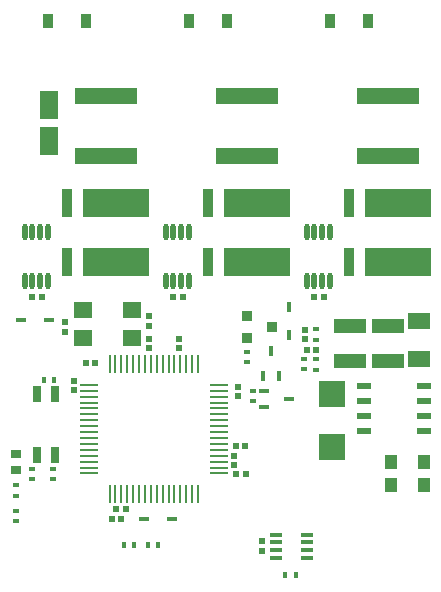
<source format=gbp>
G04 Layer_Color=128*
%FSAX25Y25*%
%MOIN*%
G70*
G01*
G75*
%ADD34R,0.02047X0.02047*%
%ADD35R,0.02165X0.01772*%
%ADD36R,0.01772X0.02165*%
%ADD37R,0.02047X0.02047*%
%ADD54O,0.06102X0.00984*%
%ADD55O,0.00984X0.06102*%
%ADD56R,0.04701X0.02205*%
%ADD57O,0.01772X0.05512*%
%ADD58R,0.03504X0.09606*%
%ADD59R,0.22047X0.09606*%
%ADD60R,0.06102X0.09449*%
%ADD61R,0.03937X0.01772*%
%ADD62R,0.03347X0.01772*%
%ADD63R,0.03600X0.03200*%
%ADD64R,0.03583X0.04803*%
%ADD65R,0.20866X0.05315*%
%ADD66R,0.10630X0.04528*%
%ADD67R,0.07480X0.05315*%
%ADD68R,0.06300X0.05500*%
%ADD69R,0.01772X0.03347*%
%ADD70R,0.03150X0.05512*%
%ADD71R,0.03543X0.02756*%
%ADD72R,0.01575X0.03347*%
%ADD73R,0.03347X0.01575*%
%ADD74R,0.04331X0.04803*%
%ADD75R,0.09055X0.09055*%
D34*
X0585699Y0300650D02*
D03*
Y0297500D02*
D03*
X0604000Y0258425D02*
D03*
Y0261575D02*
D03*
X0547699Y0302925D02*
D03*
Y0306075D02*
D03*
X0575699Y0308075D02*
D03*
Y0304925D02*
D03*
X0550699Y0286650D02*
D03*
Y0283500D02*
D03*
X0605199Y0281500D02*
D03*
Y0284650D02*
D03*
X0613199Y0229925D02*
D03*
Y0233075D02*
D03*
X0627699Y0303549D02*
D03*
Y0300400D02*
D03*
X0575699Y0300575D02*
D03*
Y0297425D02*
D03*
D35*
X0536699Y0253728D02*
D03*
Y0257272D02*
D03*
X0608199Y0292728D02*
D03*
Y0296272D02*
D03*
X0610199Y0283272D02*
D03*
Y0279728D02*
D03*
X0627199Y0294043D02*
D03*
Y0290500D02*
D03*
X0631199Y0303746D02*
D03*
Y0300203D02*
D03*
Y0293746D02*
D03*
Y0290203D02*
D03*
X0543699Y0253728D02*
D03*
Y0257272D02*
D03*
X0531199Y0251772D02*
D03*
Y0248228D02*
D03*
Y0243272D02*
D03*
Y0239728D02*
D03*
D36*
X0624471Y0222000D02*
D03*
X0620927D02*
D03*
X0578699Y0232000D02*
D03*
X0575156D02*
D03*
X0570742D02*
D03*
X0567199D02*
D03*
X0540427Y0287000D02*
D03*
X0543971D02*
D03*
D37*
X0633774Y0314500D02*
D03*
X0630624D02*
D03*
X0586774D02*
D03*
X0583624D02*
D03*
X0564624Y0244000D02*
D03*
X0567774D02*
D03*
X0539774Y0314500D02*
D03*
X0536624D02*
D03*
X0557624Y0292500D02*
D03*
X0554475D02*
D03*
X0563124Y0240500D02*
D03*
X0566274D02*
D03*
X0604624Y0255500D02*
D03*
X0607774D02*
D03*
X0607575Y0265000D02*
D03*
X0604425D02*
D03*
X0628124Y0296974D02*
D03*
X0631274D02*
D03*
D54*
X0555447Y0285264D02*
D03*
Y0283295D02*
D03*
Y0281327D02*
D03*
Y0279358D02*
D03*
Y0277390D02*
D03*
Y0275421D02*
D03*
Y0273453D02*
D03*
Y0271484D02*
D03*
Y0269516D02*
D03*
Y0267547D02*
D03*
Y0265579D02*
D03*
Y0263610D02*
D03*
Y0261642D02*
D03*
Y0259673D02*
D03*
Y0257705D02*
D03*
Y0255736D02*
D03*
X0598951D02*
D03*
Y0257705D02*
D03*
Y0259673D02*
D03*
Y0261642D02*
D03*
Y0263610D02*
D03*
Y0265579D02*
D03*
Y0267547D02*
D03*
Y0269516D02*
D03*
Y0271484D02*
D03*
Y0273453D02*
D03*
Y0275421D02*
D03*
Y0277390D02*
D03*
Y0279358D02*
D03*
Y0281327D02*
D03*
Y0283295D02*
D03*
Y0285264D02*
D03*
D55*
X0562435Y0248748D02*
D03*
X0564404D02*
D03*
X0566372D02*
D03*
X0568341D02*
D03*
X0570309D02*
D03*
X0572278D02*
D03*
X0574246D02*
D03*
X0576215D02*
D03*
X0578183D02*
D03*
X0580152D02*
D03*
X0582120D02*
D03*
X0584089D02*
D03*
X0586057D02*
D03*
X0588026D02*
D03*
X0589994D02*
D03*
X0591963D02*
D03*
Y0292252D02*
D03*
X0589994D02*
D03*
X0588026D02*
D03*
X0586057D02*
D03*
X0584089D02*
D03*
X0582120D02*
D03*
X0580152D02*
D03*
X0578183D02*
D03*
X0576215D02*
D03*
X0574246D02*
D03*
X0572278D02*
D03*
X0570309D02*
D03*
X0568341D02*
D03*
X0566372D02*
D03*
X0564404D02*
D03*
X0562435D02*
D03*
D56*
X0667150Y0285000D02*
D03*
Y0280000D02*
D03*
Y0275000D02*
D03*
Y0270000D02*
D03*
X0647248Y0285000D02*
D03*
Y0280000D02*
D03*
Y0275000D02*
D03*
Y0270000D02*
D03*
D57*
X0628161Y0336071D02*
D03*
X0630721D02*
D03*
X0633280D02*
D03*
X0635839D02*
D03*
X0628161Y0319929D02*
D03*
X0630721D02*
D03*
X0633280D02*
D03*
X0635839D02*
D03*
X0581161Y0336071D02*
D03*
X0583720D02*
D03*
X0586279D02*
D03*
X0588839D02*
D03*
X0581161Y0319929D02*
D03*
X0583720D02*
D03*
X0586279D02*
D03*
X0588839D02*
D03*
X0534161Y0336071D02*
D03*
X0536721D02*
D03*
X0539280D02*
D03*
X0541839D02*
D03*
X0534161Y0319929D02*
D03*
X0536721D02*
D03*
X0539280D02*
D03*
X0541839D02*
D03*
D58*
X0548224Y0326236D02*
D03*
Y0345764D02*
D03*
X0642224Y0326236D02*
D03*
Y0345764D02*
D03*
X0595224D02*
D03*
Y0326236D02*
D03*
D59*
X0564504Y0345764D02*
D03*
Y0326236D02*
D03*
X0658504Y0345764D02*
D03*
Y0326236D02*
D03*
X0611504D02*
D03*
Y0345764D02*
D03*
D60*
X0542199Y0378508D02*
D03*
Y0366500D02*
D03*
D61*
X0618081Y0235339D02*
D03*
X0628317D02*
D03*
Y0227661D02*
D03*
Y0230221D02*
D03*
Y0232780D02*
D03*
X0618081D02*
D03*
Y0230221D02*
D03*
Y0227661D02*
D03*
D62*
X0622353Y0280500D02*
D03*
X0614046Y0283059D02*
D03*
Y0277941D02*
D03*
D63*
X0608262Y0300760D02*
D03*
Y0308300D02*
D03*
X0616599Y0304500D02*
D03*
D64*
X0635762Y0406500D02*
D03*
X0648636D02*
D03*
X0541762D02*
D03*
X0554636D02*
D03*
X0588762D02*
D03*
X0601636D02*
D03*
D65*
X0561199Y0361559D02*
D03*
Y0381441D02*
D03*
X0655199Y0361559D02*
D03*
Y0381441D02*
D03*
X0608199Y0361559D02*
D03*
Y0381441D02*
D03*
D66*
X0642699Y0304906D02*
D03*
Y0293094D02*
D03*
X0655199Y0304906D02*
D03*
Y0293094D02*
D03*
D67*
X0665699Y0294000D02*
D03*
Y0306598D02*
D03*
D68*
X0553549Y0300750D02*
D03*
X0569849D02*
D03*
Y0310250D02*
D03*
X0553549D02*
D03*
D69*
X0616278Y0296654D02*
D03*
X0613719Y0288347D02*
D03*
X0618837D02*
D03*
D70*
X0538385Y0282206D02*
D03*
X0544094D02*
D03*
X0538385Y0261734D02*
D03*
X0544094D02*
D03*
D71*
X0531199Y0262240D02*
D03*
Y0256728D02*
D03*
D72*
X0622199Y0311126D02*
D03*
Y0301874D02*
D03*
D73*
X0542325Y0307000D02*
D03*
X0533073D02*
D03*
X0583325Y0240500D02*
D03*
X0574073D02*
D03*
D74*
X0667211Y0259500D02*
D03*
X0656187D02*
D03*
Y0252000D02*
D03*
X0667211D02*
D03*
D75*
X0636699Y0264642D02*
D03*
Y0282358D02*
D03*
M02*

</source>
